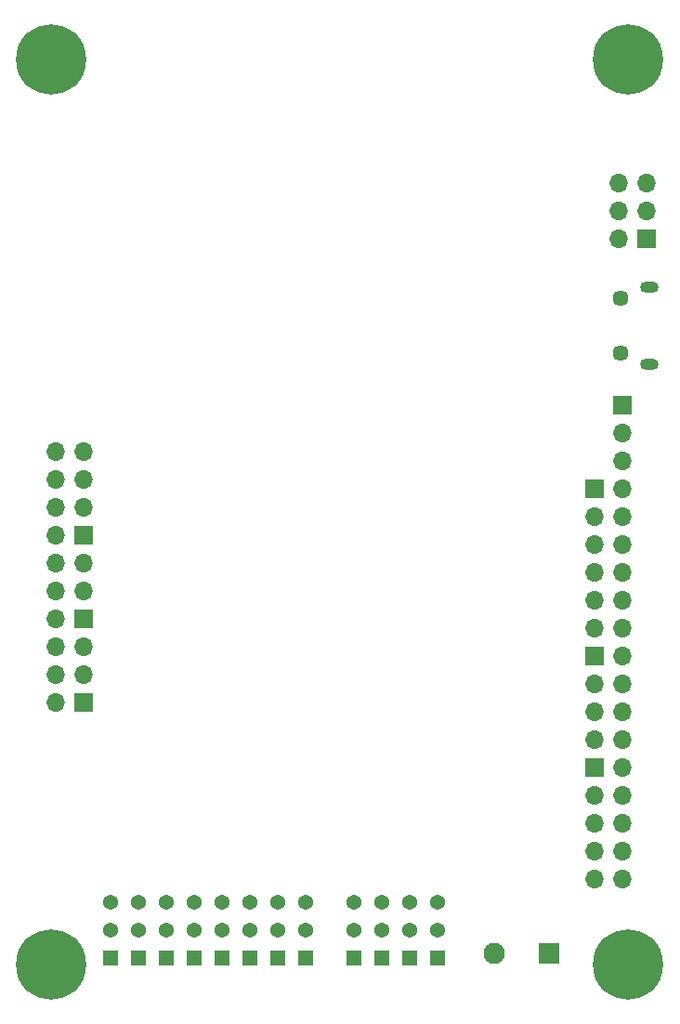
<source format=gbs>
G04 #@! TF.GenerationSoftware,KiCad,Pcbnew,6.0.11-2627ca5db0~126~ubuntu20.04.1*
G04 #@! TF.CreationDate,2023-09-04T21:17:00-03:00*
G04 #@! TF.ProjectId,Drone FCC,44726f6e-6520-4464-9343-2e6b69636164,rev?*
G04 #@! TF.SameCoordinates,Original*
G04 #@! TF.FileFunction,Soldermask,Bot*
G04 #@! TF.FilePolarity,Negative*
%FSLAX46Y46*%
G04 Gerber Fmt 4.6, Leading zero omitted, Abs format (unit mm)*
G04 Created by KiCad (PCBNEW 6.0.11-2627ca5db0~126~ubuntu20.04.1) date 2023-09-04 21:17:00*
%MOMM*%
%LPD*%
G01*
G04 APERTURE LIST*
%ADD10C,1.370000*%
%ADD11R,1.370000X1.370000*%
%ADD12R,1.700000X1.700000*%
%ADD13O,1.700000X1.700000*%
%ADD14C,6.400000*%
%ADD15C,3.600000*%
%ADD16R,1.950000X1.950000*%
%ADD17C,1.950000*%
%ADD18O,1.700000X1.000000*%
%ADD19C,1.450000*%
G04 APERTURE END LIST*
D10*
G04 #@! TO.C,J14*
X161392400Y-131215600D03*
X161392400Y-133755600D03*
D11*
X161392400Y-136295600D03*
G04 #@! TD*
D12*
G04 #@! TO.C,J20*
X129159000Y-112989600D03*
D13*
X126619000Y-112989600D03*
X129159000Y-110449600D03*
X126619000Y-110449600D03*
X129159000Y-107909600D03*
X126619000Y-107909600D03*
G04 #@! TD*
D12*
G04 #@! TO.C,J28*
X175706000Y-108767800D03*
D13*
X178246000Y-108767800D03*
X175706000Y-111307800D03*
X178246000Y-111307800D03*
X175706000Y-113847800D03*
X178246000Y-113847800D03*
X175706000Y-116387800D03*
X178246000Y-116387800D03*
G04 #@! TD*
D12*
G04 #@! TO.C,J23*
X129159000Y-105369600D03*
D13*
X126619000Y-105369600D03*
X129159000Y-102829600D03*
X126619000Y-102829600D03*
X129159000Y-100289600D03*
X126619000Y-100289600D03*
G04 #@! TD*
D10*
G04 #@! TO.C,J12*
X156312400Y-131215600D03*
X156312400Y-133755600D03*
D11*
X156312400Y-136295600D03*
G04 #@! TD*
D10*
G04 #@! TO.C,J9*
X149420900Y-131215600D03*
X149420900Y-133755600D03*
D11*
X149420900Y-136295600D03*
G04 #@! TD*
D10*
G04 #@! TO.C,J11*
X153772400Y-131215600D03*
X153772400Y-133755600D03*
D11*
X153772400Y-136295600D03*
G04 #@! TD*
D10*
G04 #@! TO.C,J7*
X144340900Y-131215600D03*
X144340900Y-133755600D03*
D11*
X144340900Y-136295600D03*
G04 #@! TD*
D12*
G04 #@! TO.C,J29*
X175706000Y-93527800D03*
D13*
X178246000Y-93527800D03*
X175706000Y-96067800D03*
X178246000Y-96067800D03*
X175706000Y-98607800D03*
X178246000Y-98607800D03*
X175706000Y-101147800D03*
X178246000Y-101147800D03*
X175706000Y-103687800D03*
X178246000Y-103687800D03*
X175706000Y-106227800D03*
X178246000Y-106227800D03*
G04 #@! TD*
D14*
G04 #@! TO.C,H2*
X178824400Y-54381400D03*
D15*
X178824400Y-54381400D03*
G04 #@! TD*
D12*
G04 #@! TO.C,J27*
X129159000Y-97749600D03*
D13*
X126619000Y-97749600D03*
X129159000Y-95209600D03*
X126619000Y-95209600D03*
X129159000Y-92669600D03*
X126619000Y-92669600D03*
X129159000Y-90129600D03*
X126619000Y-90129600D03*
G04 #@! TD*
D10*
G04 #@! TO.C,J2*
X131640900Y-131215600D03*
X131640900Y-133755600D03*
D11*
X131640900Y-136295600D03*
G04 #@! TD*
D16*
G04 #@! TO.C,J10*
X171605900Y-135865200D03*
D17*
X166605900Y-135865200D03*
G04 #@! TD*
D14*
G04 #@! TO.C,H1*
X126224400Y-54381400D03*
D15*
X126224400Y-54381400D03*
G04 #@! TD*
D12*
G04 #@! TO.C,J18*
X178246000Y-85907800D03*
D13*
X178246000Y-88447800D03*
X178246000Y-90987800D03*
G04 #@! TD*
D10*
G04 #@! TO.C,J4*
X136720900Y-131215600D03*
X136720900Y-133755600D03*
D11*
X136720900Y-136295600D03*
G04 #@! TD*
D10*
G04 #@! TO.C,J5*
X139260900Y-131215600D03*
X139260900Y-133755600D03*
D11*
X139260900Y-136295600D03*
G04 #@! TD*
D12*
G04 #@! TO.C,J26*
X175706000Y-118927800D03*
D13*
X178246000Y-118927800D03*
X175706000Y-121467800D03*
X178246000Y-121467800D03*
X175706000Y-124007800D03*
X178246000Y-124007800D03*
X175706000Y-126547800D03*
X178246000Y-126547800D03*
X175706000Y-129087800D03*
X178246000Y-129087800D03*
G04 #@! TD*
D15*
G04 #@! TO.C,H3*
X126224400Y-136880600D03*
D14*
X126224400Y-136880600D03*
G04 #@! TD*
D18*
G04 #@! TO.C,J25*
X180771800Y-75188000D03*
X180771800Y-82188000D03*
D19*
X178071800Y-76188000D03*
X178071800Y-81188000D03*
G04 #@! TD*
D10*
G04 #@! TO.C,J6*
X141800900Y-131215600D03*
X141800900Y-133755600D03*
D11*
X141800900Y-136295600D03*
G04 #@! TD*
D10*
G04 #@! TO.C,J3*
X134180900Y-131215600D03*
X134180900Y-133755600D03*
D11*
X134180900Y-136295600D03*
G04 #@! TD*
D14*
G04 #@! TO.C,H4*
X178824400Y-136880600D03*
D15*
X178824400Y-136880600D03*
G04 #@! TD*
D10*
G04 #@! TO.C,J8*
X146880900Y-131215600D03*
X146880900Y-133755600D03*
D11*
X146880900Y-136295600D03*
G04 #@! TD*
D12*
G04 #@! TO.C,J1*
X180492400Y-70774800D03*
D13*
X177952400Y-70774800D03*
X180492400Y-68234800D03*
X177952400Y-68234800D03*
X180492400Y-65694800D03*
X177952400Y-65694800D03*
G04 #@! TD*
D10*
G04 #@! TO.C,J13*
X158852400Y-131215600D03*
X158852400Y-133755600D03*
D11*
X158852400Y-136295600D03*
G04 #@! TD*
M02*

</source>
